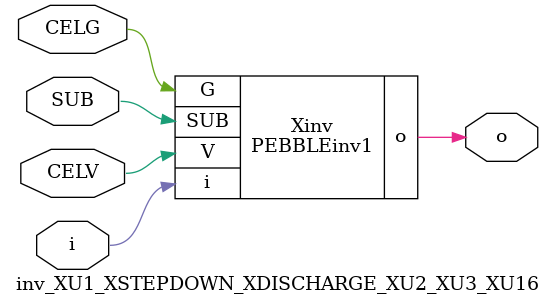
<source format=v>



module PEBBLEinv1 ( o, G, SUB, V, i );

  input V;
  input i;
  input G;
  output o;
  input SUB;
endmodule

//Celera Confidential Do Not Copy inv_XU1_XSTEPDOWN_XDISCHARGE_XU2_XU3_XU16
//Celera Confidential Symbol Generator
//5V Inverter
module inv_XU1_XSTEPDOWN_XDISCHARGE_XU2_XU3_XU16 (CELV,CELG,i,o,SUB);
input CELV;
input CELG;
input i;
input SUB;
output o;

//Celera Confidential Do Not Copy inv
PEBBLEinv1 Xinv(
.V (CELV),
.i (i),
.o (o),
.SUB (SUB),
.G (CELG)
);
//,diesize,PEBBLEinv1

//Celera Confidential Do Not Copy Module End
//Celera Schematic Generator
endmodule

</source>
